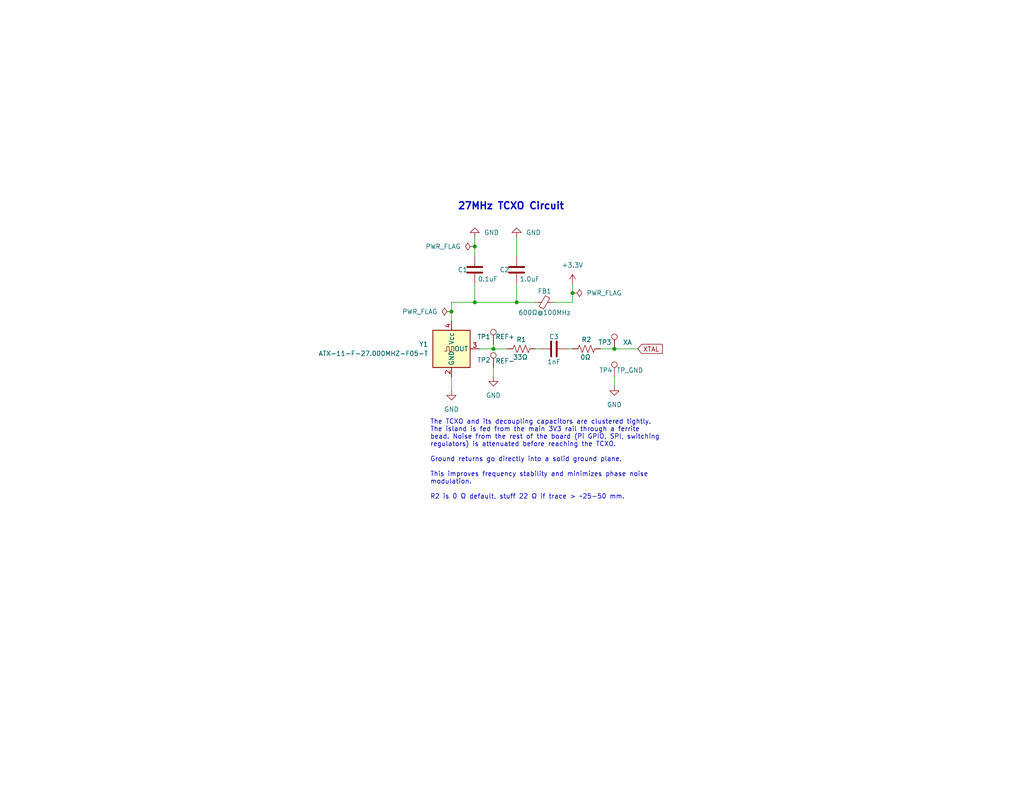
<source format=kicad_sch>
(kicad_sch (version 20250114) (generator "eeschema") (generator_version "9.0")
  (paper "A")
  (title_block (title "27 MHz TCXO Block") (date "2026-02-04") (rev "0") (company "Lee C. Bussy [AA0NT]"))
  (lib_symbols
    (symbol "Connector:TestPoint" (pin_numbers (hide yes)) (pin_names (offset 0.762) (hide yes))
      (property "Reference" "TP" (at 0 6.858 0))
      (property "Value" "TestPoint" (at 0 5.08 0))
      (symbol "TestPoint_0_1"
        (circle (center 0 3.302) (radius 0.762))
      )
      (symbol "TestPoint_1_1"
        (pin passive line (at 0 0 90) (length 2.54) (name "1") (number "1"))
      )
    )
    (symbol "Device:C" (pin_numbers (hide yes)) (pin_names (offset 0.254))
      (property "Reference" "C" (at 0.635 2.54 0))
      (property "Value" "C" (at 0.635 -2.54 0))
      (symbol "C_0_1"
        (polyline (pts (xy -2.032 0.762) (xy 2.032 0.762)) (stroke (width 0.508)))
        (polyline (pts (xy -2.032 -0.762) (xy 2.032 -0.762)) (stroke (width 0.508)))
      )
      (symbol "C_1_1"
        (pin passive line (at 0 3.81 270) (length 2.794) (name "~") (number "1"))
        (pin passive line (at 0 -3.81 90) (length 2.794) (name "~") (number "2"))
      )
    )
    (symbol "Device:FerriteBead_Small" (pin_numbers (hide yes)) (pin_names (offset 0))
      (property "Reference" "FB" (at 1.905 1.27 0))
      (property "Value" "FerriteBead_Small" (at 1.905 -1.27 0))
      (symbol "FerriteBead_Small_0_1"
        (polyline (pts (xy -1.8288 0.2794) (xy -1.1176 1.4986) (xy 1.8288 -0.2032) (xy 1.1176 -1.4224) (xy -1.8288 0.2794)))
        (polyline (pts (xy 0 0.889) (xy 0 1.2954)))
        (polyline (pts (xy 0 -1.27) (xy 0 -0.7874)))
      )
      (symbol "FerriteBead_Small_1_1"
        (pin passive line (at 0 2.54 270) (length 1.27) (name "~") (number "1"))
        (pin passive line (at 0 -2.54 90) (length 1.27) (name "~") (number "2"))
      )
    )
    (symbol "Device:R_US" (pin_numbers (hide yes)) (pin_names (offset 0))
      (property "Reference" "R" (at 2.54 0 90))
      (property "Value" "R_US" (at -2.54 0 90))
      (symbol "R_US_0_1"
        (polyline (pts (xy 0 2.286) (xy 0 2.54)))
        (polyline (pts (xy 0 2.286) (xy 1.016 1.905) (xy 0 1.524) (xy -1.016 1.143) (xy 0 0.762)))
        (polyline (pts (xy 0 0.762) (xy 1.016 0.381) (xy 0 0) (xy -1.016 -0.381) (xy 0 -0.762)))
        (polyline (pts (xy 0 -0.762) (xy 1.016 -1.143) (xy 0 -1.524) (xy -1.016 -1.905) (xy 0 -2.286)))
        (polyline (pts (xy 0 -2.286) (xy 0 -2.54)))
      )
      (symbol "R_US_1_1"
        (pin passive line (at 0 3.81 270) (length 1.27) (name "~") (number "1"))
        (pin passive line (at 0 -3.81 90) (length 1.27) (name "~") (number "2"))
      )
    )
    (symbol "Oscillator:TG2520SMN-xx.xxxxxxMhz-xxxxNM"
      (property "Reference" "Y" (at -5.08 6.35 0))
      (property "Value" "TG2520SMN-xx.xxxxxxMhz-xxxxNM" (at 1.27 -6.35 0))
      (symbol "TG2520SMN-xx.xxxxxxMhz-xxxxNM_0_1"
        (rectangle (start -5.08 5.08) (end 5.08 -5.08) (stroke (width 0.254)) (fill (type background)))
        (polyline (pts (xy -1.905 -0.635) (xy -1.27 -0.635) (xy -1.27 0.635) (xy -0.635 0.635) (xy -0.635 -0.635) (xy 0 -0.635) (xy 0 0.635) (xy 0.635 0.635) (xy 0.635 -0.635)))
      )
      (symbol "TG2520SMN-xx.xxxxxxMhz-xxxxNM_1_1"
        (pin no_connect line (at -5.08 0 0) (length 2.54) (hide yes) (name "NC") (number "1"))
        (pin power_in line (at 0 7.62 270) (length 2.54) (name "Vcc") (number "4"))
        (pin power_in line (at 0 -7.62 90) (length 2.54) (name "GND") (number "2"))
        (pin output line (at 7.62 0 180) (length 2.54) (name "OUT") (number "3"))
      )
    )
    (symbol "power:+3.3V" (power) (pin_numbers (hide yes)) (pin_names (offset 0) (hide yes))
      (property "Value" "+3.3V" (at 0 3.556 0))
      (symbol "+3.3V_0_1"
        (polyline (pts (xy -0.762 1.27) (xy 0 2.54)))
        (polyline (pts (xy 0 2.54) (xy 0.762 1.27)))
        (polyline (pts (xy 0 0) (xy 0 2.54)))
      )
      (symbol "+3.3V_1_1"
        (pin power_in line (at 0 0 90) (length 0) (name "~") (number "1"))
      )
    )
    (symbol "power:GND" (power) (pin_numbers (hide yes)) (pin_names (offset 0) (hide yes))
      (property "Value" "GND" (at 0 -3.81 0))
      (symbol "GND_0_1"
        (polyline (pts (xy 0 0) (xy 0 -1.27) (xy 1.27 -1.27) (xy 0 -2.54) (xy -1.27 -1.27) (xy 0 -1.27)))
      )
      (symbol "GND_1_1"
        (pin power_in line (at 0 0 270) (length 0) (name "~") (number "1"))
      )
    )
    (symbol "power:PWR_FLAG" (power) (pin_numbers (hide yes)) (pin_names (offset 0) (hide yes))
      (property "Value" "PWR_FLAG" (at 0 3.81 0))
      (symbol "PWR_FLAG_0_0"
        (pin power_out line (at 0 0 90) (length 0) (name "~") (number "1"))
      )
      (symbol "PWR_FLAG_0_1"
        (polyline (pts (xy 0 0) (xy 0 1.27) (xy -1.016 1.905) (xy 0 2.54) (xy 1.016 1.905) (xy 0 1.27)))
      )
    )
  )
  (text "27MHz TCXO Circuit" (at 139.446 56.388 0) (effects (font (size 1.905 1.905) (thickness 0.381) (bold yes))))
  (text "The TCXO and its decoupling capacitors are clustered tightly.\nThe island is fed from the main 3V3 rail through a ferrite\nbead. Noise from the rest of the board (Pi GPIO, SPI, switching\nregulators) is attenuated before reaching the TCXO.\n\nGround returns go directly into a solid ground plane.\n\nThis improves frequency stability and minimizes phase noise\nmodulation.\n\nR2 is 0 Ω default, stuff 22 Ω if trace > ~25-50 mm." (at 117.348 125.476 0) (effects (font (size 1.27 1.27) (thickness 0.1588)) (justify left)))
  (junction (at 129.54 82.55))
  (junction (at 167.64 95.25))
  (junction (at 156.21 80.01))
  (junction (at 129.54 67.31))
  (junction (at 134.62 95.25))
  (junction (at 140.97 82.55))
  (junction (at 123.19 85.09))
  (wire (pts (xy 129.54 82.55) (xy 140.97 82.55)))
  (wire (pts (xy 123.19 85.09) (xy 123.19 87.63)))
  (wire (pts (xy 140.97 77.47) (xy 140.97 82.55)))
  (wire (pts (xy 151.13 82.55) (xy 156.21 82.55)))
  (wire (pts (xy 134.62 93.98) (xy 134.62 95.25)))
  (wire (pts (xy 154.94 95.25) (xy 156.21 95.25)))
  (wire (pts (xy 140.97 64.77) (xy 140.97 69.85)))
  (wire (pts (xy 163.83 95.25) (xy 167.64 95.25)))
  (wire (pts (xy 134.62 100.33) (xy 134.62 102.87)))
  (wire (pts (xy 167.64 102.87) (xy 167.64 105.41)))
  (wire (pts (xy 129.54 77.47) (xy 129.54 82.55)))
  (wire (pts (xy 129.54 67.31) (xy 129.54 69.85)))
  (wire (pts (xy 167.64 95.25) (xy 173.99 95.25)))
  (wire (pts (xy 134.62 95.25) (xy 138.43 95.25)))
  (wire (pts (xy 130.81 95.25) (xy 134.62 95.25)))
  (wire (pts (xy 140.97 82.55) (xy 146.05 82.55)))
  (wire (pts (xy 146.05 95.25) (xy 147.32 95.25)))
  (wire (pts (xy 123.19 102.87) (xy 123.19 106.68)))
  (wire (pts (xy 123.19 82.55) (xy 123.19 85.09)))
  (wire (pts (xy 156.21 77.47) (xy 156.21 80.01)))
  (wire (pts (xy 156.21 80.01) (xy 156.21 82.55)))
  (wire (pts (xy 129.54 64.77) (xy 129.54 67.31)))
  (wire (pts (xy 123.19 82.55) (xy 129.54 82.55)))
  (global_label "XTAL" (shape input) (at 173.99 95.25 0) (effects (font (thickness 0.1588))) (property "Intersheetrefs" "${INTERSHEET_REFS}" (effects (hide yes))))
  (symbol (lib_id "power:GND") (at 129.54 64.77 180) (unit 1)
    (property "Reference" "#PWR02" (effects (hide yes)))
    (property "Value" "GND" (at 132.08 63.4999 0) (effects (justify right)))
    (property "Description" "Power symbol creates a global label with name \"GND\" , ground" (effects (hide yes)))
  )
  (symbol (lib_id "Device:C") (at 129.54 73.66 180) (unit 1)
    (property "Reference" "C1" (at 126.238 73.66 0))
    (property "Value" "0.1uF" (at 133.096 76.2 0))
    (property "Footprint" "Capacitor_SMD:C_0201_0603Metric" (effects (hide yes)))
    (property "Description" "Unpolarized capacitor" (effects (hide yes)))
  )
  (symbol (lib_id "power:GND") (at 123.19 106.68 0) (unit 1)
    (property "Reference" "#PWR01" (effects (hide yes)))
    (property "Value" "GND" (at 123.19 111.76 0))
    (property "Description" "Power symbol creates a global label with name \"GND\" , ground" (effects (hide yes)))
  )
  (symbol (lib_id "power:GND") (at 134.62 102.87 0) (unit 1)
    (property "Reference" "#PWR03" (effects (hide yes)))
    (property "Value" "GND" (at 134.62 107.95 0))
    (property "Description" "Power symbol creates a global label with name \"GND\" , ground" (effects (hide yes)))
  )
  (symbol (lib_id "Connector:TestPoint") (at 167.64 102.87 0) (unit 1)
    (property "Reference" "TP4" (at 167.132 101.092 0) (effects (justify right)))
    (property "Value" "TP_GND" (at 175.514 101.092 0) (effects (justify right)))
    (property "Description" "test point" (effects (hide yes)))
  )
  (symbol (lib_id "Device:C") (at 140.97 73.66 180) (unit 1)
    (property "Reference" "C2" (at 137.668 73.66 0))
    (property "Value" "1.0uF" (at 144.526 76.2 0))
    (property "Footprint" "Capacitor_SMD:C_0201_0603Metric" (effects (hide yes)))
    (property "Description" "Unpolarized capacitor" (effects (hide yes)))
  )
  (symbol (lib_id "Device:C") (at 151.13 95.25 90) (unit 1)
    (property "Reference" "C3" (at 151.13 91.948 90))
    (property "Value" "1nF" (at 151.13 98.806 90))
    (property "Footprint" "Capacitor_SMD:C_0201_0603Metric" (effects (hide yes)))
    (property "Description" "Unpolarized capacitor" (effects (hide yes)))
  )
  (symbol (lib_id "Device:FerriteBead_Small") (at 148.59 82.55 90) (unit 1)
    (property "Reference" "FB1" (at 148.59 79.502 90))
    (property "Value" "600Ω@100MHz" (at 148.59 85.344 90))
    (property "Footprint" "Inductor_SMD:L_0603_1608Metric" (effects (hide yes)))
    (property "Description" "Ferrite bead, small symbol" (effects (hide yes)))
  )
  (symbol (lib_id "Connector:TestPoint") (at 134.62 100.33 0) (unit 1)
    (property "Reference" "TP2" (at 133.858 98.298 0) (effects (justify right)))
    (property "Value" "REF-" (at 140.462 98.552 0) (effects (justify right)))
    (property "Description" "test point" (effects (hide yes)))
  )
  (symbol (lib_id "Device:R_US") (at 142.24 95.25 90) (unit 1)
    (property "Reference" "R1" (at 142.24 92.71 90))
    (property "Value" "33Ω" (at 141.986 97.536 90))
    (property "Footprint" "Resistor_SMD:R_0201_0603Metric" (effects (hide yes)))
    (property "Description" "Resistor, US symbol" (effects (hide yes)))
  )
  (symbol (lib_id "Connector:TestPoint") (at 167.64 95.25 0) (unit 1)
    (property "Reference" "TP3" (at 166.878 93.472 0) (effects (justify right)))
    (property "Value" "XA" (at 172.466 93.472 0) (effects (justify right)))
    (property "Description" "test point" (effects (hide yes)))
  )
  (symbol (lib_id "power:PWR_FLAG") (at 129.54 67.31 90) (unit 1)
    (property "Reference" "#FLG02" (effects (hide yes)))
    (property "Value" "PWR_FLAG" (at 125.73 67.3099 90) (effects (justify left)))
    (property "Description" "Special symbol for telling ERC where power comes from" (effects (hide yes)))
  )
  (symbol (lib_id "power:GND") (at 167.64 105.41 0) (unit 1)
    (property "Reference" "#PWR06" (effects (hide yes)))
    (property "Value" "GND" (at 167.64 110.49 0))
    (property "Description" "Power symbol creates a global label with name \"GND\" , ground" (effects (hide yes)))
  )
  (symbol (lib_id "Device:R_US") (at 160.02 95.25 90) (unit 1)
    (property "Reference" "R2" (at 160.02 92.71 90))
    (property "Value" "0Ω" (at 159.766 97.536 90))
    (property "Footprint" "Resistor_SMD:R_0201_0603Metric" (effects (hide yes)))
    (property "Description" "Resistor, US symbol" (effects (hide yes)))
  )
  (symbol (lib_id "power:+3.3V") (at 156.21 77.47 0) (unit 1)
    (property "Reference" "#PWR05" (effects (hide yes)))
    (property "Value" "+3.3V" (at 156.21 72.39 0))
    (property "Description" "Power symbol creates a global label with name \"+3.3V\"" (effects (hide yes)))
  )
  (symbol (lib_id "power:PWR_FLAG") (at 156.21 80.01 270) (unit 1)
    (property "Reference" "#FLG03" (effects (hide yes)))
    (property "Value" "PWR_FLAG" (at 160.02 80.0099 90) (effects (justify left)))
    (property "Description" "Special symbol for telling ERC where power comes from" (effects (hide yes)))
  )
  (symbol (lib_id "power:PWR_FLAG") (at 123.19 85.09 90) (unit 1)
    (property "Reference" "#FLG01" (effects (hide yes)))
    (property "Value" "PWR_FLAG" (at 119.38 85.0899 90) (effects (justify left)))
    (property "Description" "Special symbol for telling ERC where power comes from" (effects (hide yes)))
  )
  (symbol (lib_id "Oscillator:TG2520SMN-xx.xxxxxxMhz-xxxxNM") (at 123.19 95.25 0) (unit 1)
    (property "Reference" "Y1" (at 116.84 93.9799 0) (effects (justify right)))
    (property "Value" "ATX-11-F-27.000MHZ-F05-T" (at 116.84 96.5199 0) (effects (justify right)))
    (property "Footprint" "Oscillator:Oscillator_SMD_SeikoEpson_TG2520SMN-xxx-xxxxxx-4Pin_2.5x2.0mm" (effects (hide yes)))
    (property "Datasheet" "https://support.epson.biz/td/api/doc_check.php?dl=app_TG2520SMN&lang=en" (effects (hide yes)))
    (property "Description" "Crystal Oscillator Low Profile / High Stability TCXO" (effects (hide yes)))
  )
  (symbol (lib_id "Connector:TestPoint") (at 134.62 93.98 0) (unit 1)
    (property "Reference" "TP1" (at 133.858 91.948 0) (effects (justify right)))
    (property "Value" "REF+" (at 140.462 91.948 0) (effects (justify right)))
    (property "Description" "test point" (effects (hide yes)))
  )
  (symbol (lib_id "power:GND") (at 140.97 64.77 180) (unit 1)
    (property "Reference" "#PWR04" (effects (hide yes)))
    (property "Value" "GND" (at 143.51 63.4999 0) (effects (justify right)))
    (property "Description" "Power symbol creates a global label with name \"GND\" , ground" (effects (hide yes)))
  )
)
</source>
